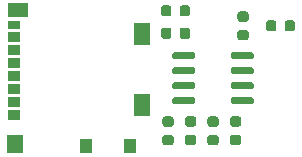
<source format=gbr>
%TF.GenerationSoftware,KiCad,Pcbnew,5.1.9+dfsg1-1~bpo10+1*%
%TF.CreationDate,Date%
%TF.ProjectId,LOG,4c4f472e-6b69-4636-9164-5f7063625858,v1.3*%
%TF.SameCoordinates,Original*%
%TF.FileFunction,Paste,Top*%
%TF.FilePolarity,Positive*%
%FSLAX46Y46*%
G04 Gerber Fmt 4.6, Leading zero omitted, Abs format (unit mm)*
G04 Created by KiCad*
%MOMM*%
%LPD*%
G01*
G04 APERTURE LIST*
%ADD10R,1.350000X1.900000*%
%ADD11R,1.000000X1.200000*%
%ADD12R,1.350000X1.550000*%
%ADD13R,1.800000X1.170000*%
%ADD14R,1.100000X0.850000*%
%ADD15R,1.100000X0.750000*%
G04 APERTURE END LIST*
%TO.C,C1*%
G36*
G01*
X18036250Y3525000D02*
X17523750Y3525000D01*
G75*
G02*
X17305000Y3743750I0J218750D01*
G01*
X17305000Y4181250D01*
G75*
G02*
X17523750Y4400000I218750J0D01*
G01*
X18036250Y4400000D01*
G75*
G02*
X18255000Y4181250I0J-218750D01*
G01*
X18255000Y3743750D01*
G75*
G02*
X18036250Y3525000I-218750J0D01*
G01*
G37*
G36*
G01*
X18036250Y1950000D02*
X17523750Y1950000D01*
G75*
G02*
X17305000Y2168750I0J218750D01*
G01*
X17305000Y2606250D01*
G75*
G02*
X17523750Y2825000I218750J0D01*
G01*
X18036250Y2825000D01*
G75*
G02*
X18255000Y2606250I0J-218750D01*
G01*
X18255000Y2168750D01*
G75*
G02*
X18036250Y1950000I-218750J0D01*
G01*
G37*
%TD*%
%TO.C,R1*%
G36*
G01*
X27655000Y11808750D02*
X27655000Y12321250D01*
G75*
G02*
X27873750Y12540000I218750J0D01*
G01*
X28311250Y12540000D01*
G75*
G02*
X28530000Y12321250I0J-218750D01*
G01*
X28530000Y11808750D01*
G75*
G02*
X28311250Y11590000I-218750J0D01*
G01*
X27873750Y11590000D01*
G75*
G02*
X27655000Y11808750I0J218750D01*
G01*
G37*
G36*
G01*
X26080000Y11808750D02*
X26080000Y12321250D01*
G75*
G02*
X26298750Y12540000I218750J0D01*
G01*
X26736250Y12540000D01*
G75*
G02*
X26955000Y12321250I0J-218750D01*
G01*
X26955000Y11808750D01*
G75*
G02*
X26736250Y11590000I-218750J0D01*
G01*
X26298750Y11590000D01*
G75*
G02*
X26080000Y11808750I0J218750D01*
G01*
G37*
%TD*%
%TO.C,D1*%
G36*
G01*
X18065000Y11686250D02*
X18065000Y11173750D01*
G75*
G02*
X17846250Y10955000I-218750J0D01*
G01*
X17408750Y10955000D01*
G75*
G02*
X17190000Y11173750I0J218750D01*
G01*
X17190000Y11686250D01*
G75*
G02*
X17408750Y11905000I218750J0D01*
G01*
X17846250Y11905000D01*
G75*
G02*
X18065000Y11686250I0J-218750D01*
G01*
G37*
G36*
G01*
X19640000Y11686250D02*
X19640000Y11173750D01*
G75*
G02*
X19421250Y10955000I-218750J0D01*
G01*
X18983750Y10955000D01*
G75*
G02*
X18765000Y11173750I0J218750D01*
G01*
X18765000Y11686250D01*
G75*
G02*
X18983750Y11905000I218750J0D01*
G01*
X19421250Y11905000D01*
G75*
G02*
X19640000Y11686250I0J-218750D01*
G01*
G37*
%TD*%
%TO.C,R4*%
G36*
G01*
X18065000Y13591250D02*
X18065000Y13078750D01*
G75*
G02*
X17846250Y12860000I-218750J0D01*
G01*
X17408750Y12860000D01*
G75*
G02*
X17190000Y13078750I0J218750D01*
G01*
X17190000Y13591250D01*
G75*
G02*
X17408750Y13810000I218750J0D01*
G01*
X17846250Y13810000D01*
G75*
G02*
X18065000Y13591250I0J-218750D01*
G01*
G37*
G36*
G01*
X19640000Y13591250D02*
X19640000Y13078750D01*
G75*
G02*
X19421250Y12860000I-218750J0D01*
G01*
X18983750Y12860000D01*
G75*
G02*
X18765000Y13078750I0J218750D01*
G01*
X18765000Y13591250D01*
G75*
G02*
X18983750Y13810000I218750J0D01*
G01*
X19421250Y13810000D01*
G75*
G02*
X19640000Y13591250I0J-218750D01*
G01*
G37*
%TD*%
%TO.C,R6*%
G36*
G01*
X21846250Y3525000D02*
X21333750Y3525000D01*
G75*
G02*
X21115000Y3743750I0J218750D01*
G01*
X21115000Y4181250D01*
G75*
G02*
X21333750Y4400000I218750J0D01*
G01*
X21846250Y4400000D01*
G75*
G02*
X22065000Y4181250I0J-218750D01*
G01*
X22065000Y3743750D01*
G75*
G02*
X21846250Y3525000I-218750J0D01*
G01*
G37*
G36*
G01*
X21846250Y1950000D02*
X21333750Y1950000D01*
G75*
G02*
X21115000Y2168750I0J218750D01*
G01*
X21115000Y2606250D01*
G75*
G02*
X21333750Y2825000I218750J0D01*
G01*
X21846250Y2825000D01*
G75*
G02*
X22065000Y2606250I0J-218750D01*
G01*
X22065000Y2168750D01*
G75*
G02*
X21846250Y1950000I-218750J0D01*
G01*
G37*
%TD*%
%TO.C,R5*%
G36*
G01*
X19941250Y3525000D02*
X19428750Y3525000D01*
G75*
G02*
X19210000Y3743750I0J218750D01*
G01*
X19210000Y4181250D01*
G75*
G02*
X19428750Y4400000I218750J0D01*
G01*
X19941250Y4400000D01*
G75*
G02*
X20160000Y4181250I0J-218750D01*
G01*
X20160000Y3743750D01*
G75*
G02*
X19941250Y3525000I-218750J0D01*
G01*
G37*
G36*
G01*
X19941250Y1950000D02*
X19428750Y1950000D01*
G75*
G02*
X19210000Y2168750I0J218750D01*
G01*
X19210000Y2606250D01*
G75*
G02*
X19428750Y2825000I218750J0D01*
G01*
X19941250Y2825000D01*
G75*
G02*
X20160000Y2606250I0J-218750D01*
G01*
X20160000Y2168750D01*
G75*
G02*
X19941250Y1950000I-218750J0D01*
G01*
G37*
%TD*%
%TO.C,R3*%
G36*
G01*
X23751250Y3525000D02*
X23238750Y3525000D01*
G75*
G02*
X23020000Y3743750I0J218750D01*
G01*
X23020000Y4181250D01*
G75*
G02*
X23238750Y4400000I218750J0D01*
G01*
X23751250Y4400000D01*
G75*
G02*
X23970000Y4181250I0J-218750D01*
G01*
X23970000Y3743750D01*
G75*
G02*
X23751250Y3525000I-218750J0D01*
G01*
G37*
G36*
G01*
X23751250Y1950000D02*
X23238750Y1950000D01*
G75*
G02*
X23020000Y2168750I0J218750D01*
G01*
X23020000Y2606250D01*
G75*
G02*
X23238750Y2825000I218750J0D01*
G01*
X23751250Y2825000D01*
G75*
G02*
X23970000Y2606250I0J-218750D01*
G01*
X23970000Y2168750D01*
G75*
G02*
X23751250Y1950000I-218750J0D01*
G01*
G37*
%TD*%
%TO.C,R2*%
G36*
G01*
X24386250Y12415000D02*
X23873750Y12415000D01*
G75*
G02*
X23655000Y12633750I0J218750D01*
G01*
X23655000Y13071250D01*
G75*
G02*
X23873750Y13290000I218750J0D01*
G01*
X24386250Y13290000D01*
G75*
G02*
X24605000Y13071250I0J-218750D01*
G01*
X24605000Y12633750D01*
G75*
G02*
X24386250Y12415000I-218750J0D01*
G01*
G37*
G36*
G01*
X24386250Y10840000D02*
X23873750Y10840000D01*
G75*
G02*
X23655000Y11058750I0J218750D01*
G01*
X23655000Y11496250D01*
G75*
G02*
X23873750Y11715000I218750J0D01*
G01*
X24386250Y11715000D01*
G75*
G02*
X24605000Y11496250I0J-218750D01*
G01*
X24605000Y11058750D01*
G75*
G02*
X24386250Y10840000I-218750J0D01*
G01*
G37*
%TD*%
%TO.C,U1*%
G36*
G01*
X20090000Y5865000D02*
X20090000Y5565000D01*
G75*
G02*
X19940000Y5415000I-150000J0D01*
G01*
X18290000Y5415000D01*
G75*
G02*
X18140000Y5565000I0J150000D01*
G01*
X18140000Y5865000D01*
G75*
G02*
X18290000Y6015000I150000J0D01*
G01*
X19940000Y6015000D01*
G75*
G02*
X20090000Y5865000I0J-150000D01*
G01*
G37*
G36*
G01*
X20090000Y7135000D02*
X20090000Y6835000D01*
G75*
G02*
X19940000Y6685000I-150000J0D01*
G01*
X18290000Y6685000D01*
G75*
G02*
X18140000Y6835000I0J150000D01*
G01*
X18140000Y7135000D01*
G75*
G02*
X18290000Y7285000I150000J0D01*
G01*
X19940000Y7285000D01*
G75*
G02*
X20090000Y7135000I0J-150000D01*
G01*
G37*
G36*
G01*
X20090000Y8405000D02*
X20090000Y8105000D01*
G75*
G02*
X19940000Y7955000I-150000J0D01*
G01*
X18290000Y7955000D01*
G75*
G02*
X18140000Y8105000I0J150000D01*
G01*
X18140000Y8405000D01*
G75*
G02*
X18290000Y8555000I150000J0D01*
G01*
X19940000Y8555000D01*
G75*
G02*
X20090000Y8405000I0J-150000D01*
G01*
G37*
G36*
G01*
X20090000Y9675000D02*
X20090000Y9375000D01*
G75*
G02*
X19940000Y9225000I-150000J0D01*
G01*
X18290000Y9225000D01*
G75*
G02*
X18140000Y9375000I0J150000D01*
G01*
X18140000Y9675000D01*
G75*
G02*
X18290000Y9825000I150000J0D01*
G01*
X19940000Y9825000D01*
G75*
G02*
X20090000Y9675000I0J-150000D01*
G01*
G37*
G36*
G01*
X25040000Y9675000D02*
X25040000Y9375000D01*
G75*
G02*
X24890000Y9225000I-150000J0D01*
G01*
X23240000Y9225000D01*
G75*
G02*
X23090000Y9375000I0J150000D01*
G01*
X23090000Y9675000D01*
G75*
G02*
X23240000Y9825000I150000J0D01*
G01*
X24890000Y9825000D01*
G75*
G02*
X25040000Y9675000I0J-150000D01*
G01*
G37*
G36*
G01*
X25040000Y8405000D02*
X25040000Y8105000D01*
G75*
G02*
X24890000Y7955000I-150000J0D01*
G01*
X23240000Y7955000D01*
G75*
G02*
X23090000Y8105000I0J150000D01*
G01*
X23090000Y8405000D01*
G75*
G02*
X23240000Y8555000I150000J0D01*
G01*
X24890000Y8555000D01*
G75*
G02*
X25040000Y8405000I0J-150000D01*
G01*
G37*
G36*
G01*
X25040000Y7135000D02*
X25040000Y6835000D01*
G75*
G02*
X24890000Y6685000I-150000J0D01*
G01*
X23240000Y6685000D01*
G75*
G02*
X23090000Y6835000I0J150000D01*
G01*
X23090000Y7135000D01*
G75*
G02*
X23240000Y7285000I150000J0D01*
G01*
X24890000Y7285000D01*
G75*
G02*
X25040000Y7135000I0J-150000D01*
G01*
G37*
G36*
G01*
X25040000Y5865000D02*
X25040000Y5565000D01*
G75*
G02*
X24890000Y5415000I-150000J0D01*
G01*
X23240000Y5415000D01*
G75*
G02*
X23090000Y5565000I0J150000D01*
G01*
X23090000Y5865000D01*
G75*
G02*
X23240000Y6015000I150000J0D01*
G01*
X24890000Y6015000D01*
G75*
G02*
X25040000Y5865000I0J-150000D01*
G01*
G37*
%TD*%
D10*
%TO.C,J1*%
X15535000Y11350000D03*
X15535000Y5380000D03*
D11*
X10860000Y1880000D03*
X14560000Y1880000D03*
D12*
X4835000Y2055000D03*
D13*
X5060000Y13375000D03*
D14*
X4710000Y11115000D03*
X4710000Y10015000D03*
X4710000Y8915000D03*
X4710000Y7815000D03*
X4710000Y6715000D03*
X4710000Y5615000D03*
D15*
X4710000Y12165000D03*
D14*
X4710000Y4515000D03*
%TD*%
M02*

</source>
